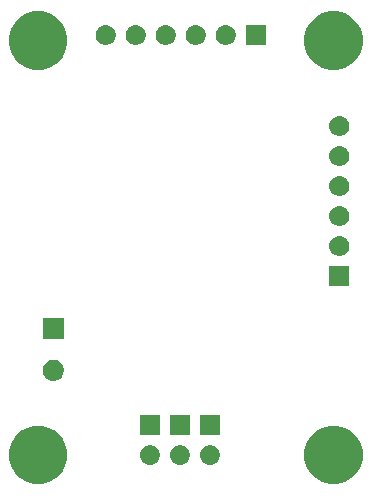
<source format=gbr>
%TF.GenerationSoftware,Flux,Pcbnew,7.0.11-7.0.11~ubuntu20.04.1*%
%TF.CreationDate,2025-02-06T22:25:38+00:00*%
%TF.ProjectId,input,696e7075-742e-46b6-9963-61645f706362,rev?*%
%TF.SameCoordinates,Original*%
%TF.FileFunction,Soldermask,Bot*%
%TF.FilePolarity,Negative*%
%FSLAX46Y46*%
G04 Gerber Fmt 4.6, Leading zero omitted, Abs format (unit mm)*
G04 Filename: driverv4release*
G04 Build it with Flux! Visit our site at: https://www.flux.ai (PCBNEW 7.0.11-7.0.11~ubuntu20.04.1) date 2025-02-06 22:25:38*
%MOMM*%
%LPD*%
G01*
G04 APERTURE LIST*
G04 APERTURE END LIST*
%TO.C,*%
G36*
X7825399Y18195200D02*
G01*
X6125400Y18195200D01*
X6125400Y19895200D01*
X7825399Y19895200D01*
X7825399Y18195200D01*
G37*
G36*
X2220680Y19830492D02*
G01*
X2412847Y19719545D01*
X2569750Y19562642D01*
X2680697Y19370475D01*
X2738128Y19156142D01*
X2738128Y18934247D01*
X2680697Y18719913D01*
X2569750Y18527747D01*
X2412847Y18370844D01*
X2220680Y18259897D01*
X2006347Y18202466D01*
X1784452Y18202466D01*
X1570119Y18259897D01*
X1377952Y18370844D01*
X1221049Y18527747D01*
X1110102Y18719913D01*
X1052671Y18934247D01*
X1052671Y19156142D01*
X1110102Y19370475D01*
X1221049Y19562642D01*
X1377952Y19719545D01*
X1570119Y19830492D01*
X1784452Y19887922D01*
X2006347Y19887922D01*
X2220680Y19830492D01*
G37*
G36*
X-5399319Y19830484D02*
G01*
X-5207152Y19719537D01*
X-5050249Y19562634D01*
X-4939302Y19370467D01*
X-4881871Y19156134D01*
X-4881871Y18934239D01*
X-4939302Y18719906D01*
X-5050249Y18527739D01*
X-5207152Y18370836D01*
X-5399319Y18259889D01*
X-5613652Y18202458D01*
X-5835547Y18202458D01*
X-6049880Y18259889D01*
X-6242047Y18370836D01*
X-6398950Y18527739D01*
X-6509897Y18719906D01*
X-6567328Y18934239D01*
X-6567328Y19156134D01*
X-6509897Y19370467D01*
X-6398950Y19562634D01*
X-6242047Y19719537D01*
X-6049880Y19830484D01*
X-5835547Y19887915D01*
X-5613652Y19887915D01*
X-5399319Y19830484D01*
G37*
G36*
X-319319Y19830489D02*
G01*
X-127152Y19719542D01*
X29750Y19562639D01*
X140697Y19370473D01*
X198128Y19156139D01*
X198128Y18934244D01*
X140697Y18719911D01*
X29750Y18527745D01*
X-127152Y18370841D01*
X-319319Y18259894D01*
X-533652Y18202464D01*
X-755547Y18202464D01*
X-969880Y18259894D01*
X-1162047Y18370841D01*
X-1318950Y18527745D01*
X-1429897Y18719911D01*
X-1487328Y18934244D01*
X-1487328Y19156139D01*
X-1429897Y19370473D01*
X-1318950Y19562639D01*
X-1162047Y19719542D01*
X-969880Y19830489D01*
X-755547Y19887920D01*
X-533652Y19887920D01*
X-319319Y19830489D01*
G37*
G36*
X4760680Y19830495D02*
G01*
X4952847Y19719547D01*
X5109750Y19562644D01*
X5220697Y19370478D01*
X5278128Y19156144D01*
X5278128Y18934250D01*
X5220697Y18719916D01*
X5109750Y18527750D01*
X4952847Y18370847D01*
X4760680Y18259899D01*
X4546347Y18202469D01*
X4324452Y18202469D01*
X4110119Y18259899D01*
X3917952Y18370847D01*
X3761049Y18527750D01*
X3650102Y18719916D01*
X3592671Y18934250D01*
X3592671Y19156144D01*
X3650102Y19370478D01*
X3761049Y19562644D01*
X3917952Y19719547D01*
X4110119Y19830495D01*
X4324452Y19887925D01*
X4546347Y19887925D01*
X4760680Y19830495D01*
G37*
G36*
X-2859319Y19830487D02*
G01*
X-2667152Y19719539D01*
X-2510249Y19562636D01*
X-2399302Y19370470D01*
X-2341871Y19156136D01*
X-2341871Y18934242D01*
X-2399302Y18719908D01*
X-2510249Y18527742D01*
X-2667152Y18370839D01*
X-2859319Y18259892D01*
X-3073652Y18202461D01*
X-3295547Y18202461D01*
X-3509880Y18259892D01*
X-3702047Y18370839D01*
X-3858950Y18527742D01*
X-3969897Y18719908D01*
X-4027328Y18934242D01*
X-4027328Y19156136D01*
X-3969897Y19370470D01*
X-3858950Y19562636D01*
X-3702047Y19719539D01*
X-3509880Y19830487D01*
X-3295547Y19887917D01*
X-3073652Y19887917D01*
X-2859319Y19830487D01*
G37*
G36*
X-10480791Y-14211701D02*
G01*
X-9915596Y-14538016D01*
X-9454116Y-14999496D01*
X-9127801Y-15564691D01*
X-8958887Y-16195084D01*
X-8958887Y-16847715D01*
X-9127801Y-17478108D01*
X-9454116Y-18043303D01*
X-9915596Y-18504783D01*
X-10480791Y-18831098D01*
X-11111184Y-19000012D01*
X-11763815Y-19000012D01*
X-12394208Y-18831098D01*
X-12959403Y-18504783D01*
X-13420883Y-18043303D01*
X-13747198Y-17478108D01*
X-13916112Y-16847715D01*
X-13916112Y-16195084D01*
X-13747198Y-15564691D01*
X-13420883Y-14999496D01*
X-12959403Y-14538016D01*
X-12394208Y-14211701D01*
X-11763815Y-14042787D01*
X-11111184Y-14042787D01*
X-10480791Y-14211701D01*
G37*
G36*
X-10480791Y-14211701D02*
G01*
X-9915596Y-14538016D01*
X-9454116Y-14999496D01*
X-9127801Y-15564691D01*
X-8958887Y-16195084D01*
X-8958887Y-16847715D01*
X-9127801Y-17478108D01*
X-9454116Y-18043303D01*
X-9915596Y-18504783D01*
X-10480791Y-18831098D01*
X-11111184Y-19000012D01*
X-11763815Y-19000012D01*
X-12394208Y-18831098D01*
X-12959403Y-18504783D01*
X-13420883Y-18043303D01*
X-13747198Y-17478108D01*
X-13916112Y-16847715D01*
X-13916112Y-16195084D01*
X-13747198Y-15564691D01*
X-13420883Y-14999496D01*
X-12959403Y-14538016D01*
X-12394208Y-14211701D01*
X-11763815Y-14042787D01*
X-11111184Y-14042787D01*
X-10480791Y-14211701D01*
G37*
G36*
X1422899Y-14831400D02*
G01*
X-277100Y-14831400D01*
X-277100Y-13131400D01*
X1422899Y-13131400D01*
X1422899Y-14831400D01*
G37*
G36*
X898183Y-15736102D02*
G01*
X1090349Y-15847049D01*
X1247252Y-16003952D01*
X1358200Y-16196119D01*
X1415630Y-16410452D01*
X1415630Y-16632347D01*
X1358200Y-16846680D01*
X1247252Y-17038847D01*
X1090349Y-17195750D01*
X898183Y-17306697D01*
X683849Y-17364128D01*
X461955Y-17364128D01*
X247621Y-17306697D01*
X55455Y-17195750D01*
X-101447Y-17038847D01*
X-212395Y-16846680D01*
X-269825Y-16632347D01*
X-269825Y-16410452D01*
X-212395Y-16196119D01*
X-101447Y-16003952D01*
X55455Y-15847049D01*
X247621Y-15736102D01*
X461955Y-15678671D01*
X683849Y-15678671D01*
X898183Y-15736102D01*
G37*
G36*
X14922200Y-513100D02*
G01*
X14922200Y-2213100D01*
X13222200Y-2213100D01*
X13222200Y-513099D01*
X14922200Y-513100D01*
G37*
G36*
X14397494Y4502197D02*
G01*
X14589660Y4391250D01*
X14746563Y4234347D01*
X14857511Y4042180D01*
X14914941Y3827847D01*
X14914941Y3605952D01*
X14857511Y3391619D01*
X14746563Y3199452D01*
X14589660Y3042549D01*
X14397494Y2931602D01*
X14183160Y2874171D01*
X13961266Y2874171D01*
X13746932Y2931602D01*
X13554766Y3042549D01*
X13397863Y3199452D01*
X13286915Y3391619D01*
X13229485Y3605952D01*
X13229485Y3827847D01*
X13286915Y4042180D01*
X13397863Y4234347D01*
X13554766Y4391250D01*
X13746932Y4502197D01*
X13961266Y4559628D01*
X14183160Y4559628D01*
X14397494Y4502197D01*
G37*
G36*
X14397514Y12122197D02*
G01*
X14589680Y12011250D01*
X14746584Y11854347D01*
X14857531Y11662180D01*
X14914961Y11447847D01*
X14914961Y11225952D01*
X14857531Y11011619D01*
X14746584Y10819452D01*
X14589680Y10662549D01*
X14397514Y10551602D01*
X14183180Y10494171D01*
X13961286Y10494171D01*
X13746952Y10551602D01*
X13554786Y10662549D01*
X13397883Y10819452D01*
X13286936Y11011619D01*
X13229505Y11225952D01*
X13229505Y11447847D01*
X13286936Y11662180D01*
X13397883Y11854347D01*
X13554786Y12011250D01*
X13746952Y12122197D01*
X13961286Y12179628D01*
X14183180Y12179628D01*
X14397514Y12122197D01*
G37*
G36*
X14397501Y7042197D02*
G01*
X14589667Y6931250D01*
X14746570Y6774347D01*
X14857517Y6582180D01*
X14914948Y6367847D01*
X14914948Y6145952D01*
X14857517Y5931619D01*
X14746570Y5739452D01*
X14589667Y5582549D01*
X14397501Y5471602D01*
X14183167Y5414171D01*
X13961272Y5414171D01*
X13746939Y5471602D01*
X13554773Y5582549D01*
X13397869Y5739452D01*
X13286922Y5931619D01*
X13229492Y6145952D01*
X13229492Y6367847D01*
X13286922Y6582180D01*
X13397869Y6774347D01*
X13554773Y6931250D01*
X13746939Y7042197D01*
X13961272Y7099628D01*
X14183167Y7099628D01*
X14397501Y7042197D01*
G37*
G36*
X14397487Y1962197D02*
G01*
X14589653Y1851250D01*
X14746557Y1694347D01*
X14857504Y1502180D01*
X14914934Y1287847D01*
X14914934Y1065952D01*
X14857504Y851619D01*
X14746557Y659452D01*
X14589653Y502549D01*
X14397487Y391602D01*
X14183154Y334171D01*
X13961259Y334171D01*
X13746925Y391602D01*
X13554759Y502549D01*
X13397856Y659452D01*
X13286909Y851619D01*
X13229478Y1065952D01*
X13229478Y1287847D01*
X13286909Y1502180D01*
X13397856Y1694347D01*
X13554759Y1851250D01*
X13746925Y1962197D01*
X13961259Y2019628D01*
X14183154Y2019628D01*
X14397487Y1962197D01*
G37*
G36*
X14397507Y9582197D02*
G01*
X14589674Y9471250D01*
X14746577Y9314347D01*
X14857524Y9122180D01*
X14914955Y8907847D01*
X14914955Y8685952D01*
X14857524Y8471619D01*
X14746577Y8279452D01*
X14589674Y8122549D01*
X14397507Y8011602D01*
X14183174Y7954171D01*
X13961279Y7954171D01*
X13746946Y8011602D01*
X13554779Y8122549D01*
X13397876Y8279452D01*
X13286929Y8471619D01*
X13229498Y8685952D01*
X13229498Y8907847D01*
X13286929Y9122180D01*
X13397876Y9314347D01*
X13554779Y9471250D01*
X13746946Y9582197D01*
X13961279Y9639628D01*
X14183174Y9639628D01*
X14397507Y9582197D01*
G37*
G36*
X14528408Y-14211701D02*
G01*
X15093603Y-14538016D01*
X15555083Y-14999496D01*
X15881398Y-15564691D01*
X16050312Y-16195084D01*
X16050312Y-16847715D01*
X15881398Y-17478108D01*
X15555083Y-18043303D01*
X15093603Y-18504783D01*
X14528408Y-18831098D01*
X13898015Y-19000012D01*
X13245384Y-19000012D01*
X12614991Y-18831098D01*
X12049796Y-18504783D01*
X11588316Y-18043303D01*
X11262001Y-17478108D01*
X11093087Y-16847715D01*
X11093087Y-16195084D01*
X11262001Y-15564691D01*
X11588316Y-14999496D01*
X12049796Y-14538016D01*
X12614991Y-14211701D01*
X13245384Y-14042787D01*
X13898015Y-14042787D01*
X14528408Y-14211701D01*
G37*
G36*
X14528408Y-14211701D02*
G01*
X15093603Y-14538016D01*
X15555083Y-14999496D01*
X15881398Y-15564691D01*
X16050312Y-16195084D01*
X16050312Y-16847715D01*
X15881398Y-17478108D01*
X15555083Y-18043303D01*
X15093603Y-18504783D01*
X14528408Y-18831098D01*
X13898015Y-19000012D01*
X13245384Y-19000012D01*
X12614991Y-18831098D01*
X12049796Y-18504783D01*
X11588316Y-18043303D01*
X11262001Y-17478108D01*
X11093087Y-16847715D01*
X11093087Y-16195084D01*
X11262001Y-15564691D01*
X11588316Y-14999496D01*
X12049796Y-14538016D01*
X12614991Y-14211701D01*
X13245384Y-14042787D01*
X13898015Y-14042787D01*
X14528408Y-14211701D01*
G37*
G36*
X14528408Y20868598D02*
G01*
X15093603Y20542283D01*
X15555083Y20080803D01*
X15881398Y19515608D01*
X16050312Y18885215D01*
X16050312Y18232584D01*
X15881398Y17602191D01*
X15555083Y17036996D01*
X15093603Y16575516D01*
X14528408Y16249201D01*
X13898015Y16080287D01*
X13245384Y16080287D01*
X12614991Y16249201D01*
X12049796Y16575516D01*
X11588316Y17036996D01*
X11262001Y17602191D01*
X11093087Y18232584D01*
X11093087Y18885215D01*
X11262001Y19515608D01*
X11588316Y20080803D01*
X12049796Y20542283D01*
X12614991Y20868598D01*
X13245384Y21037512D01*
X13898015Y21037512D01*
X14528408Y20868598D01*
G37*
G36*
X14528408Y20868598D02*
G01*
X15093603Y20542283D01*
X15555083Y20080803D01*
X15881398Y19515608D01*
X16050312Y18885215D01*
X16050312Y18232584D01*
X15881398Y17602191D01*
X15555083Y17036996D01*
X15093603Y16575516D01*
X14528408Y16249201D01*
X13898015Y16080287D01*
X13245384Y16080287D01*
X12614991Y16249201D01*
X12049796Y16575516D01*
X11588316Y17036996D01*
X11262001Y17602191D01*
X11093087Y18232584D01*
X11093087Y18885215D01*
X11262001Y19515608D01*
X11588316Y20080803D01*
X12049796Y20542283D01*
X12614991Y20868598D01*
X13245384Y21037512D01*
X13898015Y21037512D01*
X14528408Y20868598D01*
G37*
G36*
X3962900Y-14831400D02*
G01*
X2262899Y-14831400D01*
X2262899Y-13131400D01*
X3962900Y-13131400D01*
X3962900Y-14831400D01*
G37*
G36*
X3438183Y-15736102D02*
G01*
X3630349Y-15847049D01*
X3787252Y-16003952D01*
X3898200Y-16196119D01*
X3955630Y-16410452D01*
X3955630Y-16632347D01*
X3898200Y-16846680D01*
X3787252Y-17038847D01*
X3630349Y-17195750D01*
X3438183Y-17306697D01*
X3223849Y-17364128D01*
X3001955Y-17364128D01*
X2787621Y-17306697D01*
X2595455Y-17195750D01*
X2438552Y-17038847D01*
X2327604Y-16846680D01*
X2270174Y-16632347D01*
X2270174Y-16410452D01*
X2327604Y-16196119D01*
X2438552Y-16003952D01*
X2595455Y-15847049D01*
X2787621Y-15736102D01*
X3001955Y-15678671D01*
X3223849Y-15678671D01*
X3438183Y-15736102D01*
G37*
G36*
X-10480791Y20868598D02*
G01*
X-9915596Y20542283D01*
X-9454116Y20080803D01*
X-9127801Y19515608D01*
X-8958887Y18885215D01*
X-8958887Y18232584D01*
X-9127801Y17602191D01*
X-9454116Y17036996D01*
X-9915596Y16575516D01*
X-10480791Y16249201D01*
X-11111184Y16080287D01*
X-11763815Y16080287D01*
X-12394208Y16249201D01*
X-12959403Y16575516D01*
X-13420883Y17036996D01*
X-13747198Y17602191D01*
X-13916112Y18232584D01*
X-13916112Y18885215D01*
X-13747198Y19515608D01*
X-13420883Y20080803D01*
X-12959403Y20542283D01*
X-12394208Y20868598D01*
X-11763815Y21037512D01*
X-11111184Y21037512D01*
X-10480791Y20868598D01*
G37*
G36*
X-9267500Y-6740200D02*
G01*
X-11067500Y-6740200D01*
X-11067500Y-4940200D01*
X-9267500Y-4940200D01*
X-9267500Y-6740200D01*
G37*
G36*
X-9823081Y-8508708D02*
G01*
X-9619611Y-8626181D01*
X-9453478Y-8792314D01*
X-9336004Y-8995784D01*
X-9275196Y-9222726D01*
X-9275196Y-9457673D01*
X-9336004Y-9684615D01*
X-9453478Y-9888085D01*
X-9619611Y-10054218D01*
X-9823081Y-10171691D01*
X-10050022Y-10232500D01*
X-10284970Y-10232500D01*
X-10511911Y-10171691D01*
X-10715381Y-10054218D01*
X-10881514Y-9888085D01*
X-10998988Y-9684615D01*
X-11059796Y-9457673D01*
X-11059796Y-9222726D01*
X-10998988Y-8995784D01*
X-10881514Y-8792314D01*
X-10715381Y-8626181D01*
X-10511911Y-8508708D01*
X-10284970Y-8447899D01*
X-10050022Y-8447899D01*
X-9823081Y-8508708D01*
G37*
G36*
X-1117100Y-14831400D02*
G01*
X-2817100Y-14831400D01*
X-2817100Y-13131400D01*
X-1117100Y-13131400D01*
X-1117100Y-14831400D01*
G37*
G36*
X-1641816Y-15736102D02*
G01*
X-1449650Y-15847049D01*
X-1292747Y-16003952D01*
X-1181799Y-16196119D01*
X-1124369Y-16410452D01*
X-1124369Y-16632347D01*
X-1181799Y-16846680D01*
X-1292747Y-17038847D01*
X-1449650Y-17195750D01*
X-1641816Y-17306697D01*
X-1856150Y-17364128D01*
X-2078044Y-17364128D01*
X-2292378Y-17306697D01*
X-2484544Y-17195750D01*
X-2641447Y-17038847D01*
X-2752395Y-16846680D01*
X-2809825Y-16632347D01*
X-2809825Y-16410452D01*
X-2752395Y-16196119D01*
X-2641447Y-16003952D01*
X-2484544Y-15847049D01*
X-2292378Y-15736102D01*
X-2078044Y-15678671D01*
X-1856150Y-15678671D01*
X-1641816Y-15736102D01*
G37*
%TD*%
M02*

</source>
